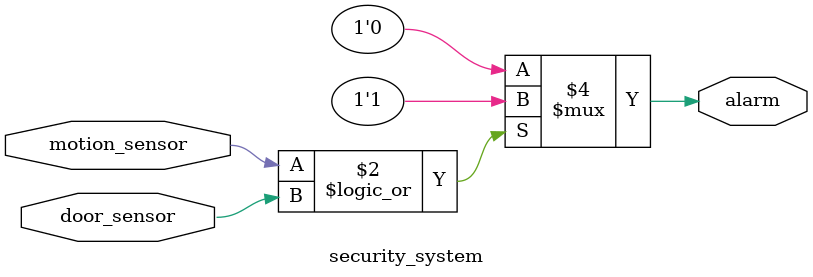
<source format=v>
module security_system(
    input wire motion_sensor,
    input wire door_sensor,
    output reg alarm
);

always @(motion_sensor or door_sensor) begin
    if (motion_sensor || door_sensor) begin
        alarm = 1;  // Alarmý tetikle
    end else begin
        alarm = 0;  // Alarm kapalý
    end
end
endmodule
</source>
